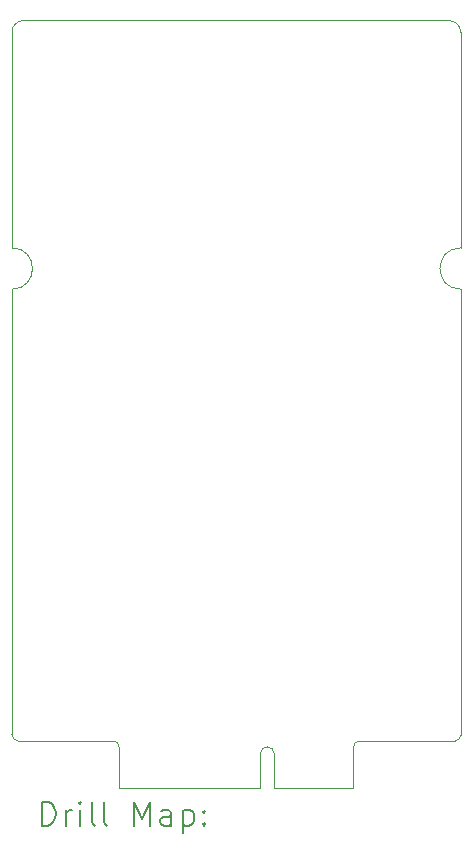
<source format=gbr>
%TF.GenerationSoftware,KiCad,Pcbnew,7.0.6*%
%TF.CreationDate,2023-08-17T07:35:33+09:30*%
%TF.ProjectId,spe-sink,7370652d-7369-46e6-9b2e-6b696361645f,V1.0*%
%TF.SameCoordinates,Original*%
%TF.FileFunction,Drillmap*%
%TF.FilePolarity,Positive*%
%FSLAX45Y45*%
G04 Gerber Fmt 4.5, Leading zero omitted, Abs format (unit mm)*
G04 Created by KiCad (PCBNEW 7.0.6) date 2023-08-17 07:35:33*
%MOMM*%
%LPD*%
G01*
G04 APERTURE LIST*
%ADD10C,0.100000*%
%ADD11C,0.200000*%
G04 APERTURE END LIST*
D10*
X10100000Y-3900000D02*
G75*
G03*
X10000000Y-4000000I0J-100000D01*
G01*
X12222500Y-10400000D02*
X12222500Y-10110000D01*
X10000000Y-9945000D02*
G75*
G03*
X10055000Y-10000000I55000J0D01*
G01*
X12942500Y-10000000D02*
X13750000Y-10000000D01*
X10907500Y-10400000D02*
X10907500Y-10050000D01*
X12942500Y-10000000D02*
G75*
G03*
X12892500Y-10050000I0J-50000D01*
G01*
X10100000Y-3900000D02*
X13700000Y-3900000D01*
X13800000Y-5825000D02*
X13800000Y-4000000D01*
X13800000Y-6175000D02*
X13800000Y-9950000D01*
X10000000Y-6175000D02*
X10000000Y-9945000D01*
X13750000Y-10000000D02*
G75*
G03*
X13800000Y-9950000I0J50000D01*
G01*
X12892500Y-10400000D02*
X12892500Y-10050000D01*
X10857500Y-10000000D02*
X10055000Y-10000000D01*
X12222500Y-10110000D02*
G75*
G03*
X12102500Y-10110000I-60000J0D01*
G01*
X13800000Y-5825000D02*
G75*
G03*
X13800000Y-6175000I0J-175000D01*
G01*
X12222500Y-10400000D02*
X12892500Y-10400000D01*
X10000000Y-5825000D02*
X10000000Y-4000000D01*
X10907500Y-10050000D02*
G75*
G03*
X10857500Y-10000000I-50000J0D01*
G01*
X12102500Y-10110000D02*
X12102500Y-10400000D01*
X12102500Y-10400000D02*
X10907500Y-10400000D01*
X13800000Y-4000000D02*
G75*
G03*
X13700000Y-3900000I-100000J0D01*
G01*
X10000000Y-6175000D02*
G75*
G03*
X10000000Y-5825000I0J175000D01*
G01*
D11*
X10255777Y-10716484D02*
X10255777Y-10516484D01*
X10255777Y-10516484D02*
X10303396Y-10516484D01*
X10303396Y-10516484D02*
X10331967Y-10526008D01*
X10331967Y-10526008D02*
X10351015Y-10545055D01*
X10351015Y-10545055D02*
X10360539Y-10564103D01*
X10360539Y-10564103D02*
X10370063Y-10602198D01*
X10370063Y-10602198D02*
X10370063Y-10630770D01*
X10370063Y-10630770D02*
X10360539Y-10668865D01*
X10360539Y-10668865D02*
X10351015Y-10687912D01*
X10351015Y-10687912D02*
X10331967Y-10706960D01*
X10331967Y-10706960D02*
X10303396Y-10716484D01*
X10303396Y-10716484D02*
X10255777Y-10716484D01*
X10455777Y-10716484D02*
X10455777Y-10583150D01*
X10455777Y-10621246D02*
X10465301Y-10602198D01*
X10465301Y-10602198D02*
X10474824Y-10592674D01*
X10474824Y-10592674D02*
X10493872Y-10583150D01*
X10493872Y-10583150D02*
X10512920Y-10583150D01*
X10579586Y-10716484D02*
X10579586Y-10583150D01*
X10579586Y-10516484D02*
X10570063Y-10526008D01*
X10570063Y-10526008D02*
X10579586Y-10535531D01*
X10579586Y-10535531D02*
X10589110Y-10526008D01*
X10589110Y-10526008D02*
X10579586Y-10516484D01*
X10579586Y-10516484D02*
X10579586Y-10535531D01*
X10703396Y-10716484D02*
X10684348Y-10706960D01*
X10684348Y-10706960D02*
X10674824Y-10687912D01*
X10674824Y-10687912D02*
X10674824Y-10516484D01*
X10808158Y-10716484D02*
X10789110Y-10706960D01*
X10789110Y-10706960D02*
X10779586Y-10687912D01*
X10779586Y-10687912D02*
X10779586Y-10516484D01*
X11036729Y-10716484D02*
X11036729Y-10516484D01*
X11036729Y-10516484D02*
X11103396Y-10659341D01*
X11103396Y-10659341D02*
X11170063Y-10516484D01*
X11170063Y-10516484D02*
X11170063Y-10716484D01*
X11351015Y-10716484D02*
X11351015Y-10611722D01*
X11351015Y-10611722D02*
X11341491Y-10592674D01*
X11341491Y-10592674D02*
X11322443Y-10583150D01*
X11322443Y-10583150D02*
X11284348Y-10583150D01*
X11284348Y-10583150D02*
X11265301Y-10592674D01*
X11351015Y-10706960D02*
X11331967Y-10716484D01*
X11331967Y-10716484D02*
X11284348Y-10716484D01*
X11284348Y-10716484D02*
X11265301Y-10706960D01*
X11265301Y-10706960D02*
X11255777Y-10687912D01*
X11255777Y-10687912D02*
X11255777Y-10668865D01*
X11255777Y-10668865D02*
X11265301Y-10649817D01*
X11265301Y-10649817D02*
X11284348Y-10640293D01*
X11284348Y-10640293D02*
X11331967Y-10640293D01*
X11331967Y-10640293D02*
X11351015Y-10630770D01*
X11446253Y-10583150D02*
X11446253Y-10783150D01*
X11446253Y-10592674D02*
X11465301Y-10583150D01*
X11465301Y-10583150D02*
X11503396Y-10583150D01*
X11503396Y-10583150D02*
X11522443Y-10592674D01*
X11522443Y-10592674D02*
X11531967Y-10602198D01*
X11531967Y-10602198D02*
X11541491Y-10621246D01*
X11541491Y-10621246D02*
X11541491Y-10678389D01*
X11541491Y-10678389D02*
X11531967Y-10697436D01*
X11531967Y-10697436D02*
X11522443Y-10706960D01*
X11522443Y-10706960D02*
X11503396Y-10716484D01*
X11503396Y-10716484D02*
X11465301Y-10716484D01*
X11465301Y-10716484D02*
X11446253Y-10706960D01*
X11627205Y-10697436D02*
X11636729Y-10706960D01*
X11636729Y-10706960D02*
X11627205Y-10716484D01*
X11627205Y-10716484D02*
X11617682Y-10706960D01*
X11617682Y-10706960D02*
X11627205Y-10697436D01*
X11627205Y-10697436D02*
X11627205Y-10716484D01*
X11627205Y-10592674D02*
X11636729Y-10602198D01*
X11636729Y-10602198D02*
X11627205Y-10611722D01*
X11627205Y-10611722D02*
X11617682Y-10602198D01*
X11617682Y-10602198D02*
X11627205Y-10592674D01*
X11627205Y-10592674D02*
X11627205Y-10611722D01*
M02*

</source>
